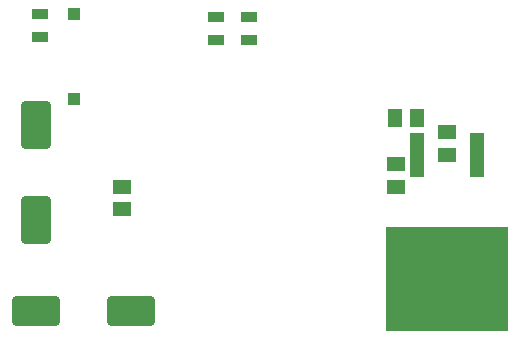
<source format=gbr>
%TF.GenerationSoftware,KiCad,Pcbnew,8.0.3*%
%TF.CreationDate,2025-04-18T12:15:05-03:00*%
%TF.ProjectId,mini,6d696e69-2e6b-4696-9361-645f70636258,rev?*%
%TF.SameCoordinates,Original*%
%TF.FileFunction,Paste,Top*%
%TF.FilePolarity,Positive*%
%FSLAX46Y46*%
G04 Gerber Fmt 4.6, Leading zero omitted, Abs format (unit mm)*
G04 Created by KiCad (PCBNEW 8.0.3) date 2025-04-18 12:15:05*
%MOMM*%
%LPD*%
G01*
G04 APERTURE LIST*
G04 Aperture macros list*
%AMRoundRect*
0 Rectangle with rounded corners*
0 $1 Rounding radius*
0 $2 $3 $4 $5 $6 $7 $8 $9 X,Y pos of 4 corners*
0 Add a 4 corners polygon primitive as box body*
4,1,4,$2,$3,$4,$5,$6,$7,$8,$9,$2,$3,0*
0 Add four circle primitives for the rounded corners*
1,1,$1+$1,$2,$3*
1,1,$1+$1,$4,$5*
1,1,$1+$1,$6,$7*
1,1,$1+$1,$8,$9*
0 Add four rect primitives between the rounded corners*
20,1,$1+$1,$2,$3,$4,$5,0*
20,1,$1+$1,$4,$5,$6,$7,0*
20,1,$1+$1,$6,$7,$8,$9,0*
20,1,$1+$1,$8,$9,$2,$3,0*%
G04 Aperture macros list end*
%ADD10R,1.300000X3.700000*%
%ADD11R,10.300000X8.900000*%
%ADD12RoundRect,0.250000X1.000000X-1.750000X1.000000X1.750000X-1.000000X1.750000X-1.000000X-1.750000X0*%
%ADD13R,1.397000X0.889000*%
%ADD14R,1.000760X1.000760*%
%ADD15R,1.498600X1.300480*%
%ADD16R,1.300480X1.498600*%
%ADD17RoundRect,0.250000X-1.750000X-1.000000X1.750000X-1.000000X1.750000X1.000000X-1.750000X1.000000X0*%
G04 APERTURE END LIST*
D10*
%TO.C,U1*%
X165340000Y-55885000D03*
D11*
X162800000Y-66435000D03*
D10*
X160260000Y-55885000D03*
%TD*%
D12*
%TO.C,C3*%
X128000000Y-61400000D03*
X128000000Y-53400000D03*
%TD*%
D13*
%TO.C,R3*%
X143249970Y-46152500D03*
X143249970Y-44247500D03*
%TD*%
D14*
%TO.C,SW2*%
X131225000Y-51173360D03*
X131225000Y-43975000D03*
%TD*%
D13*
%TO.C,R2*%
X146000030Y-44247500D03*
X146000030Y-46152500D03*
%TD*%
%TO.C,R1*%
X128320000Y-43975000D03*
X128320000Y-45880000D03*
%TD*%
D15*
%TO.C,C4*%
X158460000Y-58582500D03*
X158460000Y-56677500D03*
%TD*%
%TO.C,C1*%
X162820000Y-55885000D03*
X162820000Y-53980000D03*
%TD*%
%TO.C,C6*%
X135290000Y-58582500D03*
X135290000Y-60487500D03*
%TD*%
D16*
%TO.C,C2*%
X160260000Y-52810000D03*
X158355000Y-52810000D03*
%TD*%
D17*
%TO.C,C5*%
X128000000Y-69130000D03*
X136000000Y-69130000D03*
%TD*%
M02*

</source>
